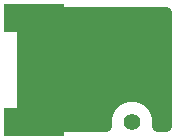
<source format=gbl>
%FSLAX34Y34*%
G04 Gerber Fmt 3.4, Leading zero omitted, Abs format*
G04 (created by PCBNEW (2014-03-19 BZR 4756)-product) date Mon Feb 16 09:59:46 2015*
%MOIN*%
G01*
G70*
G90*
G04 APERTURE LIST*
%ADD10C,0.005906*%
%ADD11R,0.200787X0.094488*%
%ADD12R,0.055000X0.055000*%
%ADD13C,0.055000*%
%ADD14C,0.035000*%
%ADD15C,0.039370*%
G04 APERTURE END LIST*
G54D10*
G54D11*
X55750Y-42982D03*
X55750Y-39517D03*
G54D12*
X60000Y-43000D03*
G54D13*
X59000Y-43000D03*
G54D14*
X57000Y-39500D03*
X57000Y-43000D03*
G54D10*
G36*
X60139Y-43139D02*
X59865Y-43139D01*
X59865Y-42828D01*
X59734Y-42510D01*
X59490Y-42266D01*
X59172Y-42134D01*
X58828Y-42134D01*
X58510Y-42265D01*
X58266Y-42509D01*
X58134Y-42827D01*
X58134Y-43139D01*
X55360Y-43139D01*
X55360Y-39360D01*
X55750Y-39360D01*
X60139Y-39360D01*
X60139Y-43139D01*
X60139Y-43139D01*
G37*
G54D15*
X60139Y-43139D02*
X59865Y-43139D01*
X59865Y-42828D01*
X59734Y-42510D01*
X59490Y-42266D01*
X59172Y-42134D01*
X58828Y-42134D01*
X58510Y-42265D01*
X58266Y-42509D01*
X58134Y-42827D01*
X58134Y-43139D01*
X55360Y-43139D01*
X55360Y-39360D01*
X55750Y-39360D01*
X60139Y-39360D01*
X60139Y-43139D01*
M02*

</source>
